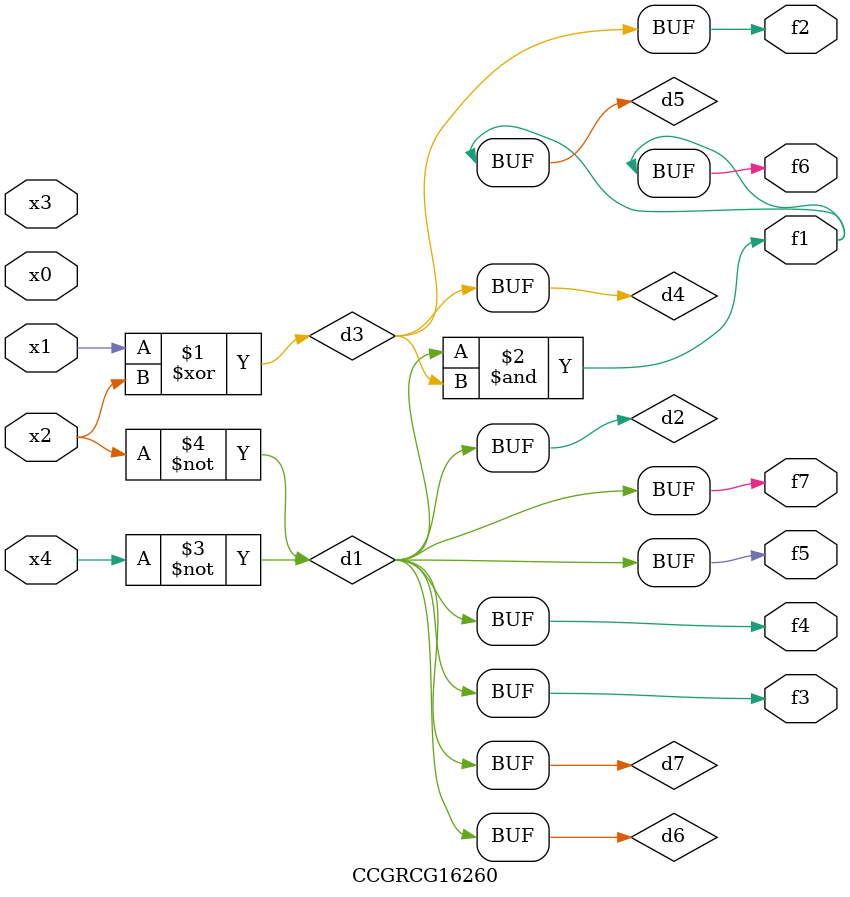
<source format=v>
module CCGRCG16260(
	input x0, x1, x2, x3, x4,
	output f1, f2, f3, f4, f5, f6, f7
);

	wire d1, d2, d3, d4, d5, d6, d7;

	not (d1, x4);
	not (d2, x2);
	xor (d3, x1, x2);
	buf (d4, d3);
	and (d5, d1, d3);
	buf (d6, d1, d2);
	buf (d7, d2);
	assign f1 = d5;
	assign f2 = d4;
	assign f3 = d7;
	assign f4 = d7;
	assign f5 = d7;
	assign f6 = d5;
	assign f7 = d7;
endmodule

</source>
